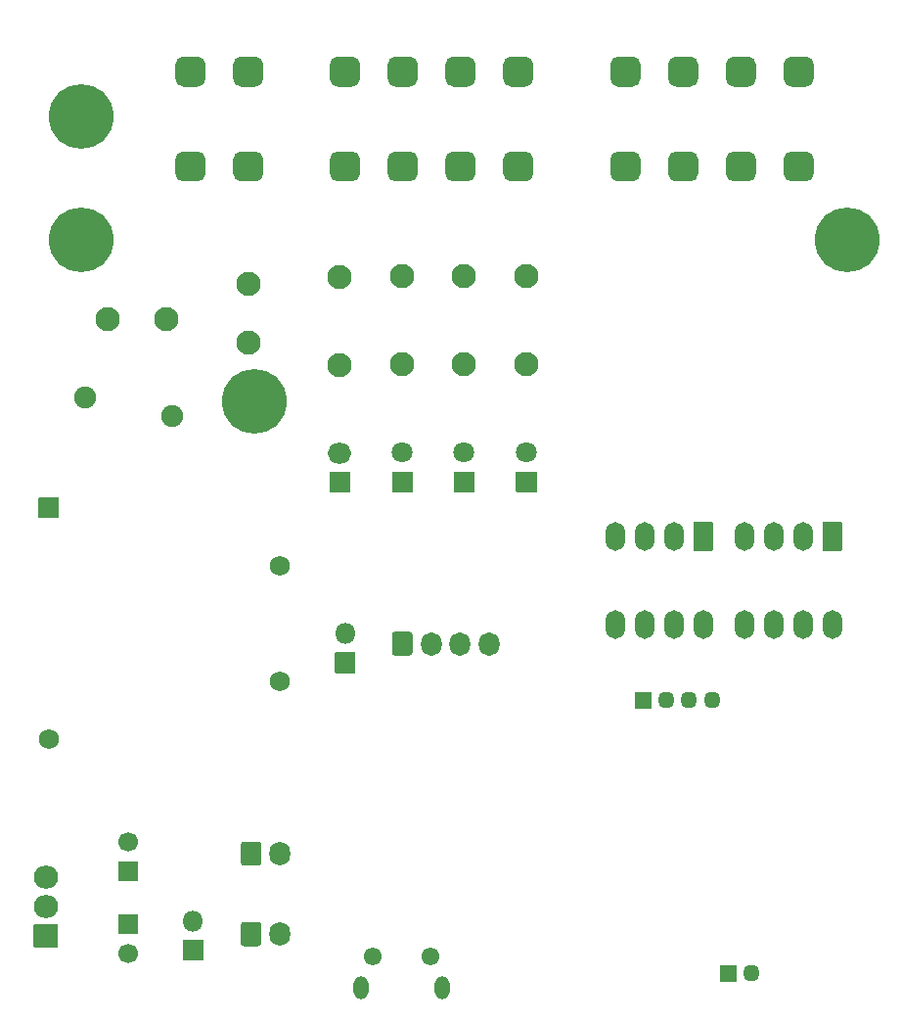
<source format=gbr>
G04 #@! TF.GenerationSoftware,KiCad,Pcbnew,(5.1.12)-1*
G04 #@! TF.CreationDate,2021-12-31T09:04:51-03:00*
G04 #@! TF.ProjectId,hamodule,68616d6f-6475-46c6-952e-6b696361645f,rev?*
G04 #@! TF.SameCoordinates,Original*
G04 #@! TF.FileFunction,Soldermask,Bot*
G04 #@! TF.FilePolarity,Negative*
%FSLAX46Y46*%
G04 Gerber Fmt 4.6, Leading zero omitted, Abs format (unit mm)*
G04 Created by KiCad (PCBNEW (5.1.12)-1) date 2021-12-31 09:04:51*
%MOMM*%
%LPD*%
G01*
G04 APERTURE LIST*
%ADD10O,1.450000X1.450000*%
%ADD11C,1.550000*%
%ADD12O,1.300000X2.000000*%
%ADD13O,1.800000X2.050000*%
%ADD14O,1.700000X2.500000*%
%ADD15C,5.600000*%
%ADD16O,2.050000X1.800000*%
%ADD17C,2.100000*%
%ADD18C,1.800000*%
%ADD19C,1.700000*%
%ADD20O,2.100000X2.005000*%
%ADD21C,1.750000*%
%ADD22O,1.800000X1.800000*%
%ADD23O,1.800000X2.100000*%
%ADD24C,1.900000*%
G04 APERTURE END LIST*
D10*
X190277500Y-148844000D03*
G36*
G01*
X188952500Y-149569000D02*
X187602500Y-149569000D01*
G75*
G02*
X187552500Y-149519000I0J50000D01*
G01*
X187552500Y-148169000D01*
G75*
G02*
X187602500Y-148119000I50000J0D01*
G01*
X188952500Y-148119000D01*
G75*
G02*
X189002500Y-148169000I0J-50000D01*
G01*
X189002500Y-149519000D01*
G75*
G02*
X188952500Y-149569000I-50000J0D01*
G01*
G37*
G36*
G01*
X181586500Y-125947000D02*
X180236500Y-125947000D01*
G75*
G02*
X180186500Y-125897000I0J50000D01*
G01*
X180186500Y-124547000D01*
G75*
G02*
X180236500Y-124497000I50000J0D01*
G01*
X181586500Y-124497000D01*
G75*
G02*
X181636500Y-124547000I0J-50000D01*
G01*
X181636500Y-125897000D01*
G75*
G02*
X181586500Y-125947000I-50000J0D01*
G01*
G37*
X182911500Y-125222000D03*
X184911500Y-125222000D03*
X186911500Y-125222000D03*
D11*
X157505000Y-147414000D03*
X162505000Y-147414000D03*
D12*
X156505000Y-150114000D03*
X163505000Y-150114000D03*
D13*
X167576500Y-120332500D03*
X165076500Y-120332500D03*
X162576500Y-120332500D03*
G36*
G01*
X159176500Y-121092795D02*
X159176500Y-119572205D01*
G75*
G02*
X159441205Y-119307500I264705J0D01*
G01*
X160711795Y-119307500D01*
G75*
G02*
X160976500Y-119572205I0J-264705D01*
G01*
X160976500Y-121092795D01*
G75*
G02*
X160711795Y-121357500I-264705J0D01*
G01*
X159441205Y-121357500D01*
G75*
G02*
X159176500Y-121092795I0J264705D01*
G01*
G37*
D14*
X197294500Y-118681500D03*
X189674500Y-111061500D03*
X194754500Y-118681500D03*
X192214500Y-111061500D03*
X192214500Y-118681500D03*
X194754500Y-111061500D03*
X189674500Y-118681500D03*
G36*
G01*
X196494500Y-109811500D02*
X198094500Y-109811500D01*
G75*
G02*
X198144500Y-109861500I0J-50000D01*
G01*
X198144500Y-112261500D01*
G75*
G02*
X198094500Y-112311500I-50000J0D01*
G01*
X196494500Y-112311500D01*
G75*
G02*
X196444500Y-112261500I0J50000D01*
G01*
X196444500Y-109861500D01*
G75*
G02*
X196494500Y-109811500I50000J0D01*
G01*
G37*
X186118500Y-118681500D03*
X178498500Y-111061500D03*
X183578500Y-118681500D03*
X181038500Y-111061500D03*
X181038500Y-118681500D03*
X183578500Y-111061500D03*
X178498500Y-118681500D03*
G36*
G01*
X185318500Y-109811500D02*
X186918500Y-109811500D01*
G75*
G02*
X186968500Y-109861500I0J-50000D01*
G01*
X186968500Y-112261500D01*
G75*
G02*
X186918500Y-112311500I-50000J0D01*
G01*
X185318500Y-112311500D01*
G75*
G02*
X185268500Y-112261500I0J50000D01*
G01*
X185268500Y-109861500D01*
G75*
G02*
X185318500Y-109811500I50000J0D01*
G01*
G37*
D15*
X132270500Y-74739500D03*
X198564500Y-85407500D03*
X132270500Y-85407500D03*
G36*
G01*
X195687500Y-78407500D02*
X195687500Y-79707500D01*
G75*
G02*
X195037500Y-80357500I-650000J0D01*
G01*
X193737500Y-80357500D01*
G75*
G02*
X193087500Y-79707500I0J650000D01*
G01*
X193087500Y-78407500D01*
G75*
G02*
X193737500Y-77757500I650000J0D01*
G01*
X195037500Y-77757500D01*
G75*
G02*
X195687500Y-78407500I0J-650000D01*
G01*
G37*
G36*
G01*
X190687500Y-78407500D02*
X190687500Y-79707500D01*
G75*
G02*
X190037500Y-80357500I-650000J0D01*
G01*
X188737500Y-80357500D01*
G75*
G02*
X188087500Y-79707500I0J650000D01*
G01*
X188087500Y-78407500D01*
G75*
G02*
X188737500Y-77757500I650000J0D01*
G01*
X190037500Y-77757500D01*
G75*
G02*
X190687500Y-78407500I0J-650000D01*
G01*
G37*
G36*
G01*
X185687500Y-78407500D02*
X185687500Y-79707500D01*
G75*
G02*
X185037500Y-80357500I-650000J0D01*
G01*
X183737500Y-80357500D01*
G75*
G02*
X183087500Y-79707500I0J650000D01*
G01*
X183087500Y-78407500D01*
G75*
G02*
X183737500Y-77757500I650000J0D01*
G01*
X185037500Y-77757500D01*
G75*
G02*
X185687500Y-78407500I0J-650000D01*
G01*
G37*
G36*
G01*
X180687500Y-78407500D02*
X180687500Y-79707500D01*
G75*
G02*
X180037500Y-80357500I-650000J0D01*
G01*
X178737500Y-80357500D01*
G75*
G02*
X178087500Y-79707500I0J650000D01*
G01*
X178087500Y-78407500D01*
G75*
G02*
X178737500Y-77757500I650000J0D01*
G01*
X180037500Y-77757500D01*
G75*
G02*
X180687500Y-78407500I0J-650000D01*
G01*
G37*
G36*
G01*
X195687500Y-70207501D02*
X195687500Y-71507501D01*
G75*
G02*
X195037500Y-72157501I-650000J0D01*
G01*
X193737500Y-72157501D01*
G75*
G02*
X193087500Y-71507501I0J650000D01*
G01*
X193087500Y-70207501D01*
G75*
G02*
X193737500Y-69557501I650000J0D01*
G01*
X195037500Y-69557501D01*
G75*
G02*
X195687500Y-70207501I0J-650000D01*
G01*
G37*
G36*
G01*
X190687500Y-70207501D02*
X190687500Y-71507501D01*
G75*
G02*
X190037500Y-72157501I-650000J0D01*
G01*
X188737500Y-72157501D01*
G75*
G02*
X188087500Y-71507501I0J650000D01*
G01*
X188087500Y-70207501D01*
G75*
G02*
X188737500Y-69557501I650000J0D01*
G01*
X190037500Y-69557501D01*
G75*
G02*
X190687500Y-70207501I0J-650000D01*
G01*
G37*
G36*
G01*
X185687500Y-70207501D02*
X185687500Y-71507501D01*
G75*
G02*
X185037500Y-72157501I-650000J0D01*
G01*
X183737500Y-72157501D01*
G75*
G02*
X183087500Y-71507501I0J650000D01*
G01*
X183087500Y-70207501D01*
G75*
G02*
X183737500Y-69557501I650000J0D01*
G01*
X185037500Y-69557501D01*
G75*
G02*
X185687500Y-70207501I0J-650000D01*
G01*
G37*
G36*
G01*
X180687500Y-70207501D02*
X180687500Y-71507501D01*
G75*
G02*
X180037500Y-72157501I-650000J0D01*
G01*
X178737500Y-72157501D01*
G75*
G02*
X178087500Y-71507501I0J650000D01*
G01*
X178087500Y-70207501D01*
G75*
G02*
X178737500Y-69557501I650000J0D01*
G01*
X180037500Y-69557501D01*
G75*
G02*
X180687500Y-70207501I0J-650000D01*
G01*
G37*
G36*
G01*
X148048500Y-78407500D02*
X148048500Y-79707500D01*
G75*
G02*
X147398500Y-80357500I-650000J0D01*
G01*
X146098500Y-80357500D01*
G75*
G02*
X145448500Y-79707500I0J650000D01*
G01*
X145448500Y-78407500D01*
G75*
G02*
X146098500Y-77757500I650000J0D01*
G01*
X147398500Y-77757500D01*
G75*
G02*
X148048500Y-78407500I0J-650000D01*
G01*
G37*
G36*
G01*
X143048500Y-78407500D02*
X143048500Y-79707500D01*
G75*
G02*
X142398500Y-80357500I-650000J0D01*
G01*
X141098500Y-80357500D01*
G75*
G02*
X140448500Y-79707500I0J650000D01*
G01*
X140448500Y-78407500D01*
G75*
G02*
X141098500Y-77757500I650000J0D01*
G01*
X142398500Y-77757500D01*
G75*
G02*
X143048500Y-78407500I0J-650000D01*
G01*
G37*
G36*
G01*
X148048500Y-70207501D02*
X148048500Y-71507501D01*
G75*
G02*
X147398500Y-72157501I-650000J0D01*
G01*
X146098500Y-72157501D01*
G75*
G02*
X145448500Y-71507501I0J650000D01*
G01*
X145448500Y-70207501D01*
G75*
G02*
X146098500Y-69557501I650000J0D01*
G01*
X147398500Y-69557501D01*
G75*
G02*
X148048500Y-70207501I0J-650000D01*
G01*
G37*
G36*
G01*
X143048500Y-70207501D02*
X143048500Y-71507501D01*
G75*
G02*
X142398500Y-72157501I-650000J0D01*
G01*
X141098500Y-72157501D01*
G75*
G02*
X140448500Y-71507501I0J650000D01*
G01*
X140448500Y-70207501D01*
G75*
G02*
X141098500Y-69557501I650000J0D01*
G01*
X142398500Y-69557501D01*
G75*
G02*
X143048500Y-70207501I0J-650000D01*
G01*
G37*
G36*
G01*
X171416500Y-78407500D02*
X171416500Y-79707500D01*
G75*
G02*
X170766500Y-80357500I-650000J0D01*
G01*
X169466500Y-80357500D01*
G75*
G02*
X168816500Y-79707500I0J650000D01*
G01*
X168816500Y-78407500D01*
G75*
G02*
X169466500Y-77757500I650000J0D01*
G01*
X170766500Y-77757500D01*
G75*
G02*
X171416500Y-78407500I0J-650000D01*
G01*
G37*
G36*
G01*
X166416500Y-78407500D02*
X166416500Y-79707500D01*
G75*
G02*
X165766500Y-80357500I-650000J0D01*
G01*
X164466500Y-80357500D01*
G75*
G02*
X163816500Y-79707500I0J650000D01*
G01*
X163816500Y-78407500D01*
G75*
G02*
X164466500Y-77757500I650000J0D01*
G01*
X165766500Y-77757500D01*
G75*
G02*
X166416500Y-78407500I0J-650000D01*
G01*
G37*
G36*
G01*
X161416500Y-78407500D02*
X161416500Y-79707500D01*
G75*
G02*
X160766500Y-80357500I-650000J0D01*
G01*
X159466500Y-80357500D01*
G75*
G02*
X158816500Y-79707500I0J650000D01*
G01*
X158816500Y-78407500D01*
G75*
G02*
X159466500Y-77757500I650000J0D01*
G01*
X160766500Y-77757500D01*
G75*
G02*
X161416500Y-78407500I0J-650000D01*
G01*
G37*
G36*
G01*
X156416500Y-78407500D02*
X156416500Y-79707500D01*
G75*
G02*
X155766500Y-80357500I-650000J0D01*
G01*
X154466500Y-80357500D01*
G75*
G02*
X153816500Y-79707500I0J650000D01*
G01*
X153816500Y-78407500D01*
G75*
G02*
X154466500Y-77757500I650000J0D01*
G01*
X155766500Y-77757500D01*
G75*
G02*
X156416500Y-78407500I0J-650000D01*
G01*
G37*
G36*
G01*
X171416500Y-70207501D02*
X171416500Y-71507501D01*
G75*
G02*
X170766500Y-72157501I-650000J0D01*
G01*
X169466500Y-72157501D01*
G75*
G02*
X168816500Y-71507501I0J650000D01*
G01*
X168816500Y-70207501D01*
G75*
G02*
X169466500Y-69557501I650000J0D01*
G01*
X170766500Y-69557501D01*
G75*
G02*
X171416500Y-70207501I0J-650000D01*
G01*
G37*
G36*
G01*
X166416500Y-70207501D02*
X166416500Y-71507501D01*
G75*
G02*
X165766500Y-72157501I-650000J0D01*
G01*
X164466500Y-72157501D01*
G75*
G02*
X163816500Y-71507501I0J650000D01*
G01*
X163816500Y-70207501D01*
G75*
G02*
X164466500Y-69557501I650000J0D01*
G01*
X165766500Y-69557501D01*
G75*
G02*
X166416500Y-70207501I0J-650000D01*
G01*
G37*
G36*
G01*
X161416500Y-70207501D02*
X161416500Y-71507501D01*
G75*
G02*
X160766500Y-72157501I-650000J0D01*
G01*
X159466500Y-72157501D01*
G75*
G02*
X158816500Y-71507501I0J650000D01*
G01*
X158816500Y-70207501D01*
G75*
G02*
X159466500Y-69557501I650000J0D01*
G01*
X160766500Y-69557501D01*
G75*
G02*
X161416500Y-70207501I0J-650000D01*
G01*
G37*
G36*
G01*
X156416500Y-70207501D02*
X156416500Y-71507501D01*
G75*
G02*
X155766500Y-72157501I-650000J0D01*
G01*
X154466500Y-72157501D01*
G75*
G02*
X153816500Y-71507501I0J650000D01*
G01*
X153816500Y-70207501D01*
G75*
G02*
X154466500Y-69557501I650000J0D01*
G01*
X155766500Y-69557501D01*
G75*
G02*
X156416500Y-70207501I0J-650000D01*
G01*
G37*
G36*
G01*
X155536000Y-107262500D02*
X153836000Y-107262500D01*
G75*
G02*
X153786000Y-107212500I0J50000D01*
G01*
X153786000Y-105512500D01*
G75*
G02*
X153836000Y-105462500I50000J0D01*
G01*
X155536000Y-105462500D01*
G75*
G02*
X155586000Y-105512500I0J-50000D01*
G01*
X155586000Y-107212500D01*
G75*
G02*
X155536000Y-107262500I-50000J0D01*
G01*
G37*
D16*
X154686000Y-103822500D03*
D17*
X154686000Y-96202500D03*
X154686000Y-88582500D03*
G36*
G01*
X171675500Y-107243001D02*
X169975500Y-107243001D01*
G75*
G02*
X169925500Y-107193001I0J50000D01*
G01*
X169925500Y-105493001D01*
G75*
G02*
X169975500Y-105443001I50000J0D01*
G01*
X171675500Y-105443001D01*
G75*
G02*
X171725500Y-105493001I0J-50000D01*
G01*
X171725500Y-107193001D01*
G75*
G02*
X171675500Y-107243001I-50000J0D01*
G01*
G37*
D18*
X170825500Y-103803001D03*
D17*
X170825500Y-96183001D03*
X170825500Y-88563001D03*
G36*
G01*
X166278000Y-107243001D02*
X164578000Y-107243001D01*
G75*
G02*
X164528000Y-107193001I0J50000D01*
G01*
X164528000Y-105493001D01*
G75*
G02*
X164578000Y-105443001I50000J0D01*
G01*
X166278000Y-105443001D01*
G75*
G02*
X166328000Y-105493001I0J-50000D01*
G01*
X166328000Y-107193001D01*
G75*
G02*
X166278000Y-107243001I-50000J0D01*
G01*
G37*
D18*
X165428000Y-103803001D03*
D17*
X165428000Y-96183001D03*
X165428000Y-88563001D03*
G36*
G01*
X160933500Y-107243001D02*
X159233500Y-107243001D01*
G75*
G02*
X159183500Y-107193001I0J50000D01*
G01*
X159183500Y-105493001D01*
G75*
G02*
X159233500Y-105443001I50000J0D01*
G01*
X160933500Y-105443001D01*
G75*
G02*
X160983500Y-105493001I0J-50000D01*
G01*
X160983500Y-107193001D01*
G75*
G02*
X160933500Y-107243001I-50000J0D01*
G01*
G37*
D18*
X160083500Y-103803001D03*
D17*
X160083500Y-96183001D03*
X160083500Y-88563001D03*
D19*
X136334500Y-147089500D03*
G36*
G01*
X135534500Y-143739500D02*
X137134500Y-143739500D01*
G75*
G02*
X137184500Y-143789500I0J-50000D01*
G01*
X137184500Y-145389500D01*
G75*
G02*
X137134500Y-145439500I-50000J0D01*
G01*
X135534500Y-145439500D01*
G75*
G02*
X135484500Y-145389500I0J50000D01*
G01*
X135484500Y-143789500D01*
G75*
G02*
X135534500Y-143739500I50000J0D01*
G01*
G37*
X136334500Y-137517500D03*
G36*
G01*
X137134500Y-140867500D02*
X135534500Y-140867500D01*
G75*
G02*
X135484500Y-140817500I0J50000D01*
G01*
X135484500Y-139217500D01*
G75*
G02*
X135534500Y-139167500I50000J0D01*
G01*
X137134500Y-139167500D01*
G75*
G02*
X137184500Y-139217500I0J-50000D01*
G01*
X137184500Y-140817500D01*
G75*
G02*
X137134500Y-140867500I-50000J0D01*
G01*
G37*
D20*
X129222500Y-140525500D03*
X129222500Y-143065500D03*
G36*
G01*
X130222500Y-146608000D02*
X128222500Y-146608000D01*
G75*
G02*
X128172500Y-146558000I0J50000D01*
G01*
X128172500Y-144653000D01*
G75*
G02*
X128222500Y-144603000I50000J0D01*
G01*
X130222500Y-144603000D01*
G75*
G02*
X130272500Y-144653000I0J-50000D01*
G01*
X130272500Y-146558000D01*
G75*
G02*
X130222500Y-146608000I-50000J0D01*
G01*
G37*
D21*
X149476500Y-113587500D03*
X149476500Y-123587500D03*
X129476500Y-128587500D03*
G36*
G01*
X128601500Y-109412500D02*
X128601500Y-107762500D01*
G75*
G02*
X128651500Y-107712500I50000J0D01*
G01*
X130301500Y-107712500D01*
G75*
G02*
X130351500Y-107762500I0J-50000D01*
G01*
X130351500Y-109412500D01*
G75*
G02*
X130301500Y-109462500I-50000J0D01*
G01*
X128651500Y-109462500D01*
G75*
G02*
X128601500Y-109412500I0J50000D01*
G01*
G37*
D17*
X139636500Y-92265500D03*
X134556500Y-92265500D03*
D22*
X141973300Y-144310100D03*
G36*
G01*
X142873300Y-146000100D02*
X142873300Y-147700100D01*
G75*
G02*
X142823300Y-147750100I-50000J0D01*
G01*
X141123300Y-147750100D01*
G75*
G02*
X141073300Y-147700100I0J50000D01*
G01*
X141073300Y-146000100D01*
G75*
G02*
X141123300Y-145950100I50000J0D01*
G01*
X142823300Y-145950100D01*
G75*
G02*
X142873300Y-146000100I0J-50000D01*
G01*
G37*
D23*
X149491700Y-145453100D03*
G36*
G01*
X146091700Y-146238395D02*
X146091700Y-144667805D01*
G75*
G02*
X146356405Y-144403100I264705J0D01*
G01*
X147626995Y-144403100D01*
G75*
G02*
X147891700Y-144667805I0J-264705D01*
G01*
X147891700Y-146238395D01*
G75*
G02*
X147626995Y-146503100I-264705J0D01*
G01*
X146356405Y-146503100D01*
G75*
G02*
X146091700Y-146238395I0J264705D01*
G01*
G37*
D22*
X155130500Y-119443500D03*
G36*
G01*
X156030500Y-121133500D02*
X156030500Y-122833500D01*
G75*
G02*
X155980500Y-122883500I-50000J0D01*
G01*
X154280500Y-122883500D01*
G75*
G02*
X154230500Y-122833500I0J50000D01*
G01*
X154230500Y-121133500D01*
G75*
G02*
X154280500Y-121083500I50000J0D01*
G01*
X155980500Y-121083500D01*
G75*
G02*
X156030500Y-121133500I0J-50000D01*
G01*
G37*
D24*
X140144500Y-100647500D03*
X132644500Y-99014170D03*
D23*
X149502500Y-138493500D03*
G36*
G01*
X146102500Y-139278795D02*
X146102500Y-137708205D01*
G75*
G02*
X146367205Y-137443500I264705J0D01*
G01*
X147637795Y-137443500D01*
G75*
G02*
X147902500Y-137708205I0J-264705D01*
G01*
X147902500Y-139278795D01*
G75*
G02*
X147637795Y-139543500I-264705J0D01*
G01*
X146367205Y-139543500D01*
G75*
G02*
X146102500Y-139278795I0J264705D01*
G01*
G37*
D15*
X147256500Y-99377500D03*
D17*
X146748500Y-94297500D03*
X146748500Y-89217500D03*
M02*

</source>
